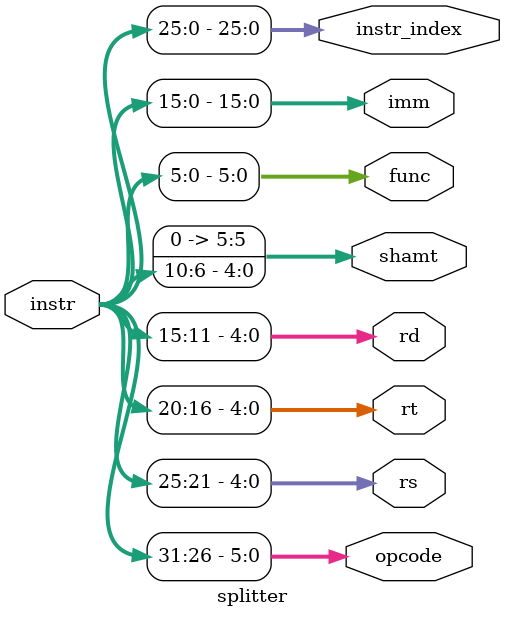
<source format=v>
`timescale 1ns / 1ps
module splitter(
    input [31:0] instr,
    output [5:0] opcode,
    output [4:0] rs,
    output [4:0] rt,
    output [4:0] rd,
    output [5:0] shamt,
    output [5:0] func,
    output [15:0] imm,
    output [25:0] instr_index
    );
	 assign opcode = instr[31:26];
	 assign rs = instr[25:21];
	 assign rt = instr[20:16];
	 assign rd = instr[15:11];
	 assign shamt = instr[10:6];
	 assign func = instr[5:0];
	 assign imm = instr[15:0];
	 assign instr_index = instr[25:0];


endmodule

</source>
